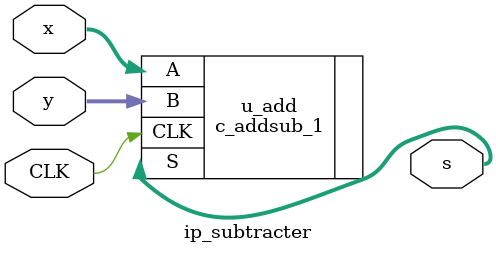
<source format=v>
module ip_adder(input CLK,
                input cin,
                input[31:0] x,
                input[31:0] y,
                output[31:0] s);

    c_addsub_0 u_add(
        .A(x),
        .B(y),
        .C_IN(cin),
        .CLK(CLK),
        .S(s)
    );

endmodule

//系统自带的加减法器实现
module ip_subtracter(input CLK,
                     input[31:0] x,
                     input[31:0] y,
                     output[31:0] s);

    c_addsub_1 u_add(
        .A(x),
        .B(y),
        .CLK(CLK),
        .S(s)
    );

endmodule
</source>
